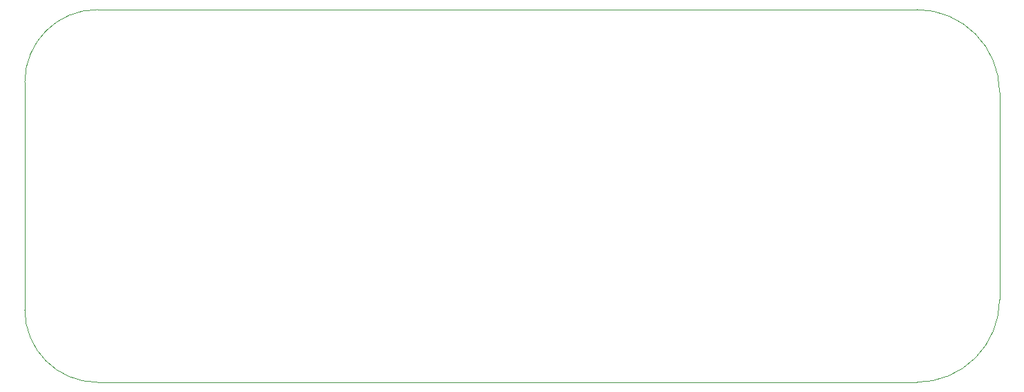
<source format=gbr>
%TF.GenerationSoftware,KiCad,Pcbnew,7.0.5*%
%TF.CreationDate,2024-12-02T20:38:50-05:00*%
%TF.ProjectId,stepper_motor_controller_2,73746570-7065-4725-9f6d-6f746f725f63,rev?*%
%TF.SameCoordinates,Original*%
%TF.FileFunction,Profile,NP*%
%FSLAX46Y46*%
G04 Gerber Fmt 4.6, Leading zero omitted, Abs format (unit mm)*
G04 Created by KiCad (PCBNEW 7.0.5) date 2024-12-02 20:38:50*
%MOMM*%
%LPD*%
G01*
G04 APERTURE LIST*
%TA.AperFunction,Profile*%
%ADD10C,0.100000*%
%TD*%
G04 APERTURE END LIST*
D10*
X248920000Y-56460000D02*
G75*
G03*
X238760000Y-46300000I-10160000J0D01*
G01*
X138366179Y-92020000D02*
X238760000Y-92020000D01*
X138366179Y-46300000D02*
X238760000Y-46300000D01*
X129476200Y-83130000D02*
G75*
G03*
X138366179Y-92020000I8890000J0D01*
G01*
X138366179Y-46299979D02*
G75*
G03*
X129476179Y-55190000I21J-8890021D01*
G01*
X248920000Y-56460000D02*
X248920000Y-81860000D01*
X129476179Y-83130000D02*
X129476179Y-55190000D01*
X238760000Y-92020000D02*
G75*
G03*
X248920000Y-81860000I0J10160000D01*
G01*
M02*

</source>
